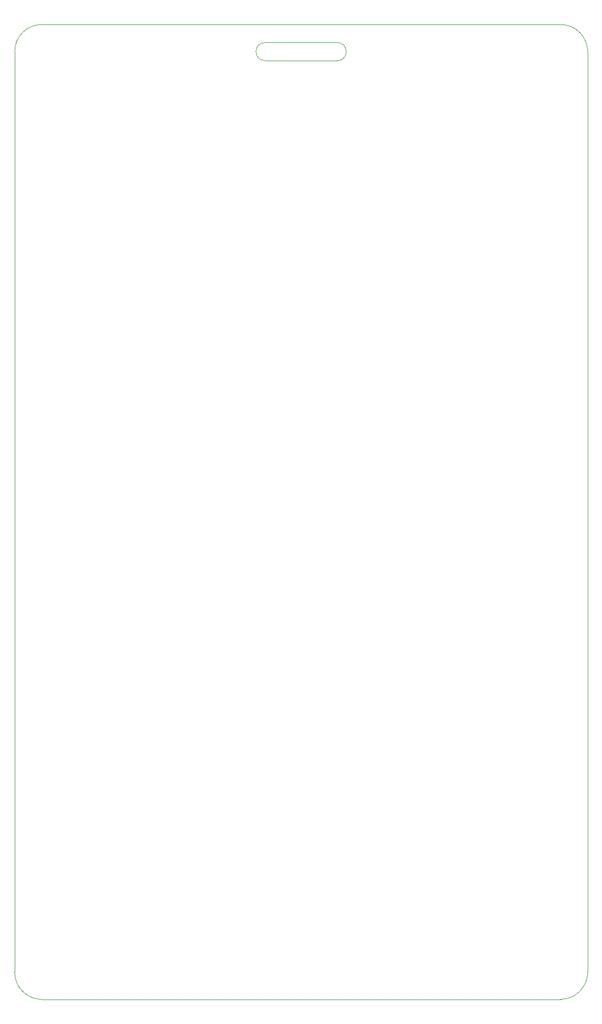
<source format=gbr>
%TF.GenerationSoftware,KiCad,Pcbnew,(7.0.0-0)*%
%TF.CreationDate,2023-03-24T11:45:06-07:00*%
%TF.ProjectId,dfh_badge,6466685f-6261-4646-9765-2e6b69636164,rev?*%
%TF.SameCoordinates,Original*%
%TF.FileFunction,Profile,NP*%
%FSLAX46Y46*%
G04 Gerber Fmt 4.6, Leading zero omitted, Abs format (unit mm)*
G04 Created by KiCad (PCBNEW (7.0.0-0)) date 2023-03-24 11:45:06*
%MOMM*%
%LPD*%
G01*
G04 APERTURE LIST*
%TA.AperFunction,Profile*%
%ADD10C,0.100000*%
%TD*%
G04 APERTURE END LIST*
D10*
X82125000Y-25575000D02*
X70125000Y-25575000D01*
X33000000Y-19575000D02*
G75*
G03*
X28500000Y-24075000I0J-4500000D01*
G01*
X123750000Y-177000000D02*
X123750000Y-24075000D01*
X70125000Y-22575000D02*
G75*
G03*
X70125000Y-25575000I0J-1500000D01*
G01*
X28500000Y-177000000D02*
G75*
G03*
X33000000Y-181500000I4500000J0D01*
G01*
X28500000Y-24075000D02*
X28500000Y-177000000D01*
X123750000Y-24075000D02*
G75*
G03*
X119250000Y-19575000I-4500000J0D01*
G01*
X33000000Y-181500000D02*
X119250000Y-181500000D01*
X70125000Y-22575000D02*
X82125000Y-22575000D01*
X119250000Y-181500000D02*
G75*
G03*
X123750000Y-177000000I0J4500000D01*
G01*
X82125000Y-25575000D02*
G75*
G03*
X82125000Y-22575000I0J1500000D01*
G01*
X119250000Y-19575000D02*
X33000000Y-19575000D01*
M02*

</source>
